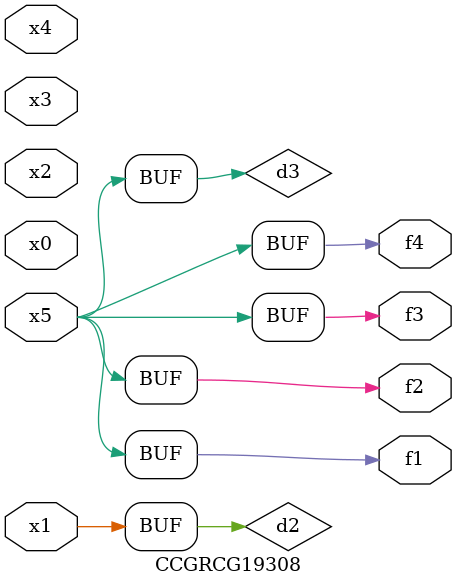
<source format=v>
module CCGRCG19308(
	input x0, x1, x2, x3, x4, x5,
	output f1, f2, f3, f4
);

	wire d1, d2, d3;

	not (d1, x5);
	or (d2, x1);
	xnor (d3, d1);
	assign f1 = d3;
	assign f2 = d3;
	assign f3 = d3;
	assign f4 = d3;
endmodule

</source>
